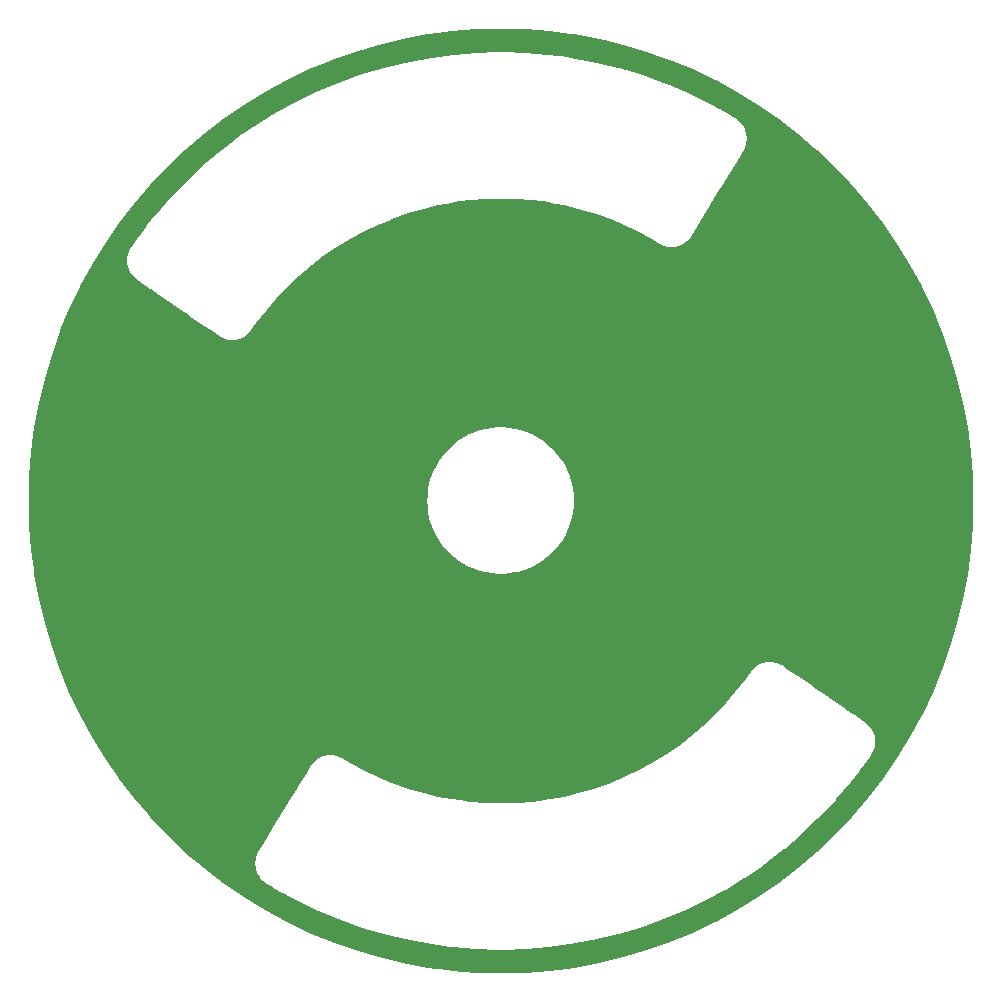
<source format=gbr>
%TF.GenerationSoftware,KiCad,Pcbnew,7.0.5.1-1-g8f565ef7f0-dirty-deb11*%
%TF.CreationDate,2023-07-01T20:56:19+00:00*%
%TF.ProjectId,USTTHUNDERMILLPCB04,55535454-4855-44e4-9445-524d494c4c50,rev?*%
%TF.SameCoordinates,Original*%
%TF.FileFunction,Copper,L1,Top*%
%TF.FilePolarity,Positive*%
%FSLAX46Y46*%
G04 Gerber Fmt 4.6, Leading zero omitted, Abs format (unit mm)*
G04 Created by KiCad (PCBNEW 7.0.5.1-1-g8f565ef7f0-dirty-deb11) date 2023-07-01 20:56:19*
%MOMM*%
%LPD*%
G01*
G04 APERTURE LIST*
G04 Aperture macros list*
%AMRotRect*
0 Rectangle, with rotation*
0 The origin of the aperture is its center*
0 $1 length*
0 $2 width*
0 $3 Rotation angle, in degrees counterclockwise*
0 Add horizontal line*
21,1,$1,$2,0,0,$3*%
G04 Aperture macros list end*
%TA.AperFunction,SMDPad,CuDef*%
%ADD10RotRect,4.000000X1.200000X325.000000*%
%TD*%
%TA.AperFunction,ViaPad*%
%ADD11C,0.800000*%
%TD*%
G04 APERTURE END LIST*
D10*
%TO.P,J1,1*%
%TO.N,GND*%
X-13700000Y6100000D03*
%TD*%
D11*
%TO.N,GND*%
X-33775887Y17884130D03*
X0Y7200000D03*
X38271793Y1352987D03*
X36440101Y-11809027D03*
X-32388899Y-20354463D03*
X-37865311Y5240146D03*
X-36373701Y11741027D03*
X-28367724Y-25675788D03*
X37931711Y-5308146D03*
X-7600000Y0D03*
X28434124Y25607788D03*
X37450015Y7971978D03*
X-35424946Y-14415711D03*
X35491346Y14347711D03*
X-23483600Y-30218000D03*
X5500000Y5200000D03*
X-5300000Y5200000D03*
X-5300000Y-5200000D03*
X-38205393Y-1420987D03*
X23550000Y30150000D03*
X33842287Y-17952130D03*
X0Y-7400000D03*
X32455299Y20286463D03*
X5500000Y-5200000D03*
X7300000Y0D03*
X-37383615Y-8039978D03*
%TD*%
%TA.AperFunction,Conductor*%
%TO.N,GND*%
G36*
X2124666Y39910755D02*
G01*
X2128506Y39910554D01*
X4212364Y39746555D01*
X4216170Y39746155D01*
X5931363Y39520297D01*
X6288571Y39473259D01*
X6292379Y39472657D01*
X8347677Y39091761D01*
X8351453Y39090957D01*
X8804466Y38982194D01*
X10384002Y38602966D01*
X10387703Y38601974D01*
X12391877Y38008377D01*
X12395582Y38007173D01*
X13101115Y37757306D01*
X14365861Y37309392D01*
X14369493Y37307997D01*
X16300692Y36508089D01*
X16304219Y36506519D01*
X18190833Y35606680D01*
X18194238Y35604946D01*
X20031228Y34607496D01*
X20034558Y34605574D01*
X21816884Y33513380D01*
X21820090Y33511298D01*
X23542669Y32327412D01*
X23542694Y32327395D01*
X23545821Y32325124D01*
X25204154Y31052576D01*
X25207122Y31050173D01*
X26563848Y29891450D01*
X26796563Y29692698D01*
X26799450Y29690099D01*
X28315750Y28251259D01*
X28318478Y28248530D01*
X29606350Y26891326D01*
X29757268Y26732284D01*
X29759877Y26729386D01*
X31117348Y25139949D01*
X31119759Y25136972D01*
X32392311Y23478637D01*
X32394587Y23475503D01*
X33578458Y21752940D01*
X33580583Y21749669D01*
X34672743Y19967396D01*
X34674670Y19964058D01*
X35672123Y18127072D01*
X35673873Y18123637D01*
X36573692Y16237055D01*
X36575270Y16233509D01*
X37375177Y14302309D01*
X37376574Y14298670D01*
X38074350Y12328404D01*
X38075549Y12324713D01*
X38669145Y10320558D01*
X38670154Y10316793D01*
X39158139Y8284269D01*
X39158951Y8280452D01*
X39539832Y6225240D01*
X39540441Y6221390D01*
X39813331Y4149029D01*
X39813739Y4145147D01*
X39977738Y2061350D01*
X39977942Y2057454D01*
X40032632Y-32041D01*
X40032632Y-35941D01*
X39977942Y-2125436D01*
X39977738Y-2129332D01*
X39813739Y-4213129D01*
X39813331Y-4217011D01*
X39540441Y-6289371D01*
X39539832Y-6293221D01*
X39158951Y-8348436D01*
X39158139Y-8352253D01*
X38670154Y-10384774D01*
X38669145Y-10388539D01*
X38075557Y-12392673D01*
X38074350Y-12396388D01*
X37376574Y-14366654D01*
X37375177Y-14370293D01*
X36575270Y-16301491D01*
X36573685Y-16305051D01*
X35734964Y-18063534D01*
X35673881Y-18191602D01*
X35672114Y-18195068D01*
X34699948Y-19985487D01*
X34674677Y-20032028D01*
X34672727Y-20035404D01*
X33580583Y-21817649D01*
X33578458Y-21820920D01*
X32394586Y-23543484D01*
X32392291Y-23546642D01*
X31119780Y-25204922D01*
X31117327Y-25207951D01*
X29759877Y-26797365D01*
X29757268Y-26800263D01*
X28318476Y-28316514D01*
X28315714Y-28319276D01*
X26799452Y-29758077D01*
X26796554Y-29760686D01*
X25207151Y-31118127D01*
X25204122Y-31120580D01*
X23545842Y-32393091D01*
X23542684Y-32395386D01*
X21820120Y-33579258D01*
X21816849Y-33581383D01*
X20034587Y-34673537D01*
X20031220Y-34675482D01*
X18194268Y-35672914D01*
X18190802Y-35674680D01*
X17141399Y-36175202D01*
X16304255Y-36574484D01*
X16300691Y-36576070D01*
X14369487Y-37375980D01*
X14365848Y-37377377D01*
X12395588Y-38075150D01*
X12391875Y-38076356D01*
X12390425Y-38076786D01*
X10387739Y-38669945D01*
X10383974Y-38670954D01*
X8351453Y-39158939D01*
X8347641Y-39159749D01*
X6292416Y-39540632D01*
X6288571Y-39541241D01*
X4216209Y-39814131D01*
X4212327Y-39814539D01*
X2128533Y-39978538D01*
X2124636Y-39978742D01*
X35141Y-40033432D01*
X31241Y-40033432D01*
X-2058254Y-39978742D01*
X-2062150Y-39978538D01*
X-4145947Y-39814539D01*
X-4149822Y-39814131D01*
X-4465945Y-39772504D01*
X-6222190Y-39541241D01*
X-6226029Y-39540633D01*
X-8281264Y-39159748D01*
X-8285069Y-39158939D01*
X-10317593Y-38670954D01*
X-10321344Y-38669948D01*
X-12325513Y-38076349D01*
X-12329195Y-38075153D01*
X-13036121Y-37824793D01*
X-14299470Y-37377374D01*
X-14303109Y-37375977D01*
X-16234309Y-36576070D01*
X-16237855Y-36574492D01*
X-18124437Y-35674673D01*
X-18127872Y-35672923D01*
X-19964858Y-34675470D01*
X-19968196Y-34673543D01*
X-21750469Y-33581383D01*
X-21753740Y-33579258D01*
X-23476303Y-32395387D01*
X-23479437Y-32393111D01*
X-25137772Y-31120559D01*
X-25140749Y-31118148D01*
X-25620648Y-30708286D01*
X-20787517Y-30708286D01*
X-20786126Y-30721823D01*
X-20786039Y-30722256D01*
X-20745067Y-31112119D01*
X-20745014Y-31114325D01*
X-20743805Y-31124198D01*
X-20739877Y-31136497D01*
X-20739557Y-31137242D01*
X-20618757Y-31509082D01*
X-20618302Y-31511081D01*
X-20614573Y-31521992D01*
X-20609499Y-31531172D01*
X-20608126Y-31533139D01*
X-20411701Y-31873288D01*
X-20410461Y-31875922D01*
X-20405754Y-31883633D01*
X-20405446Y-31884153D01*
X-20396923Y-31893819D01*
X-20395828Y-31894824D01*
X-20334298Y-31963174D01*
X-20134709Y-32184883D01*
X-20133182Y-32186922D01*
X-20126146Y-32194430D01*
X-20125652Y-32194972D01*
X-20125048Y-32195415D01*
X-20116643Y-32201756D01*
X-20114610Y-32202968D01*
X-19849668Y-32395387D01*
X-19790927Y-32438049D01*
X-19788745Y-32439838D01*
X-19785818Y-32441793D01*
X-19783330Y-32443120D01*
X-19609332Y-32549848D01*
X-19609269Y-32549899D01*
X-19591550Y-32560755D01*
X-19591549Y-32560757D01*
X-19276993Y-32753488D01*
X-19083150Y-32872257D01*
X-18971605Y-32940624D01*
X-18969688Y-32941993D01*
X-18968932Y-32942401D01*
X-18965213Y-32944549D01*
X-18961759Y-32946678D01*
X-18957457Y-32948624D01*
X-18640142Y-33120901D01*
X-18264681Y-33324811D01*
X-18264613Y-33324837D01*
X-18025882Y-33454346D01*
X-18025839Y-33454387D01*
X-18025831Y-33454374D01*
X-17872431Y-33537671D01*
X-17872432Y-33537671D01*
X-17872430Y-33537672D01*
X-17830683Y-33560340D01*
X-17830671Y-33560350D01*
X-17830669Y-33560348D01*
X-17829154Y-33561170D01*
X-17315331Y-33840236D01*
X-17313306Y-33841522D01*
X-17312863Y-33841731D01*
X-17308641Y-33843884D01*
X-17305047Y-33845863D01*
X-17300404Y-33847660D01*
X-15620018Y-34649133D01*
X-15617086Y-34650820D01*
X-15610839Y-34653561D01*
X-15608224Y-34654769D01*
X-15599802Y-34658860D01*
X-15596264Y-34660042D01*
X-15239105Y-34819027D01*
X-15236027Y-34820718D01*
X-15228918Y-34823611D01*
X-15226290Y-34824740D01*
X-15218467Y-34828279D01*
X-15215071Y-34829338D01*
X-13491213Y-35543411D01*
X-13489132Y-35544449D01*
X-13488245Y-35544762D01*
X-13484381Y-35546244D01*
X-13480567Y-35547829D01*
X-13476090Y-35549062D01*
X-11719984Y-36170867D01*
X-11715762Y-36172720D01*
X-11711422Y-36174006D01*
X-11707738Y-36175202D01*
X-11702866Y-36176925D01*
X-11698263Y-36177905D01*
X-9914178Y-36706394D01*
X-9909226Y-36708310D01*
X-9904999Y-36709281D01*
X-9899973Y-36710621D01*
X-9895900Y-36711861D01*
X-9890812Y-36712662D01*
X-8081742Y-37146998D01*
X-8078977Y-37147906D01*
X-8070671Y-37149679D01*
X-8068883Y-37150083D01*
X-8054284Y-37153576D01*
X-8051122Y-37153838D01*
X-7673401Y-37234190D01*
X-7669786Y-37235290D01*
X-7662425Y-37236585D01*
X-7659164Y-37237234D01*
X-7647511Y-37239824D01*
X-7643402Y-37240095D01*
X-5818192Y-37578311D01*
X-5813474Y-37579539D01*
X-5809982Y-37579976D01*
X-5805233Y-37580725D01*
X-5801297Y-37581477D01*
X-5796378Y-37581752D01*
X-4250186Y-37785307D01*
X-3950259Y-37824793D01*
X-3945284Y-37825835D01*
X-3941476Y-37826104D01*
X-3936420Y-37826634D01*
X-3932194Y-37827224D01*
X-3927040Y-37827220D01*
X-2071201Y-37973297D01*
X-2066465Y-37974029D01*
X-2062145Y-37974130D01*
X-2057831Y-37974356D01*
X-2051394Y-37974879D01*
X-2046218Y-37974540D01*
X-191348Y-38023076D01*
X-188218Y-38023483D01*
X-176819Y-38023483D01*
X-174859Y-38023509D01*
X-165586Y-38023753D01*
X-162542Y-38023483D01*
X228926Y-38023483D01*
X231969Y-38023753D01*
X241243Y-38023509D01*
X243203Y-38023483D01*
X256621Y-38023483D01*
X259820Y-38023021D01*
X2114530Y-37974490D01*
X2119414Y-37974746D01*
X2124218Y-37974355D01*
X2128524Y-37974129D01*
X2133845Y-37974004D01*
X2138758Y-37973205D01*
X3994236Y-37827155D01*
X3999305Y-37827132D01*
X4002716Y-37826651D01*
X4007944Y-37826100D01*
X4012647Y-37825771D01*
X4017875Y-37824630D01*
X5863162Y-37581699D01*
X5867774Y-37581428D01*
X5871981Y-37580646D01*
X5875944Y-37580018D01*
X5881502Y-37579290D01*
X5886205Y-37578009D01*
X7711302Y-37239813D01*
X7715090Y-37239525D01*
X7725782Y-37237178D01*
X7728567Y-37236622D01*
X7740334Y-37234504D01*
X7743866Y-37233321D01*
X8119213Y-37153475D01*
X8122559Y-37153159D01*
X8135096Y-37150129D01*
X8137217Y-37149649D01*
X8148115Y-37147348D01*
X8151208Y-37146258D01*
X9957650Y-36712553D01*
X9962788Y-36711728D01*
X9966148Y-36710694D01*
X9971597Y-36709241D01*
X9976949Y-36708027D01*
X9982318Y-36705874D01*
X11764981Y-36177805D01*
X11769726Y-36176784D01*
X11773864Y-36175303D01*
X11778055Y-36173940D01*
X11783301Y-36172404D01*
X11787904Y-36170323D01*
X13547601Y-35547246D01*
X13549933Y-35546602D01*
X13550487Y-35546370D01*
X13554930Y-35544666D01*
X13559684Y-35543015D01*
X13564290Y-35540638D01*
X15281608Y-34829274D01*
X15285331Y-34828108D01*
X15292384Y-34824879D01*
X15295603Y-34823495D01*
X15305586Y-34819479D01*
X15309141Y-34817400D01*
X15662629Y-34660048D01*
X15666140Y-34658876D01*
X15674468Y-34654837D01*
X15677394Y-34653495D01*
X15687515Y-34649113D01*
X15691035Y-34646923D01*
X17366318Y-33847882D01*
X17371178Y-33846022D01*
X17374768Y-33844032D01*
X17379552Y-33841602D01*
X17382263Y-33840344D01*
X17386501Y-33837637D01*
X19023684Y-32948709D01*
X19028284Y-32946633D01*
X19031247Y-32944783D01*
X19035719Y-32942198D01*
X19039832Y-32940007D01*
X19044085Y-32936888D01*
X20629200Y-31965505D01*
X20633881Y-31963174D01*
X20638544Y-31959936D01*
X20642451Y-31957400D01*
X20647126Y-31954568D01*
X20651143Y-31951264D01*
X22182863Y-30898597D01*
X22185907Y-30896878D01*
X22192545Y-30892001D01*
X22195058Y-30890234D01*
X22204220Y-30884066D01*
X22207243Y-30881309D01*
X22521228Y-30653104D01*
X22524132Y-30651364D01*
X22530965Y-30646077D01*
X22533085Y-30644495D01*
X22544364Y-30636388D01*
X22547052Y-30633725D01*
X24017706Y-29505234D01*
X24021858Y-29502547D01*
X24025652Y-29499289D01*
X24029057Y-29496533D01*
X24032690Y-29493764D01*
X24036142Y-29490321D01*
X25450365Y-28282529D01*
X25454487Y-28279597D01*
X25458973Y-28275329D01*
X25462137Y-28272486D01*
X25466036Y-28269177D01*
X25469357Y-28265470D01*
X26818766Y-26984854D01*
X26823091Y-26981371D01*
X26825543Y-26978708D01*
X26829905Y-26974346D01*
X26832568Y-26971894D01*
X26836051Y-26967569D01*
X28113206Y-25621800D01*
X28116140Y-25619343D01*
X28124098Y-25610390D01*
X28126012Y-25608317D01*
X28133557Y-25600448D01*
X28135704Y-25597484D01*
X28392436Y-25312301D01*
X28394938Y-25310126D01*
X28404089Y-25299397D01*
X28405444Y-25297852D01*
X28412768Y-25289728D01*
X28414583Y-25287110D01*
X29621314Y-23874251D01*
X29624764Y-23870792D01*
X29627531Y-23867161D01*
X29630287Y-23863756D01*
X29633545Y-23859963D01*
X29636229Y-23855814D01*
X29982540Y-23404514D01*
X29982540Y-23404513D01*
X29996786Y-23385973D01*
X29996905Y-23385875D01*
X30017917Y-23358472D01*
X30017919Y-23358472D01*
X30124240Y-23219814D01*
X30124240Y-23219812D01*
X30301044Y-22989414D01*
X30301044Y-22989413D01*
X30315999Y-22969925D01*
X30316010Y-22969903D01*
X30547840Y-22667713D01*
X30547840Y-22667712D01*
X30681170Y-22493927D01*
X30768809Y-22379698D01*
X30772486Y-22375631D01*
X30774498Y-22372613D01*
X30778070Y-22367699D01*
X30780081Y-22365157D01*
X30782784Y-22360492D01*
X30853354Y-22257892D01*
X30853353Y-22257892D01*
X30903774Y-22184586D01*
X30904295Y-22183779D01*
X31191054Y-21766589D01*
X31191053Y-21766589D01*
X31241518Y-21693171D01*
X31241966Y-21692505D01*
X31318237Y-21581526D01*
X31320492Y-21578670D01*
X31321727Y-21576713D01*
X31323376Y-21573421D01*
X31523284Y-21227239D01*
X31524852Y-21225025D01*
X31529591Y-21216392D01*
X31530250Y-21215248D01*
X31530589Y-21214204D01*
X31534345Y-21203263D01*
X31534817Y-21201105D01*
X31655035Y-20831062D01*
X31656015Y-20828809D01*
X31659113Y-20818619D01*
X31659521Y-20817366D01*
X31659676Y-20815937D01*
X31660847Y-20806988D01*
X31660891Y-20803931D01*
X31701576Y-20416817D01*
X31701682Y-20416318D01*
X31703193Y-20401536D01*
X31703194Y-20401534D01*
X31703193Y-20401531D01*
X31703198Y-20401489D01*
X31703193Y-20401444D01*
X31703194Y-20401442D01*
X31703193Y-20401439D01*
X31701867Y-20387766D01*
X31701621Y-20386577D01*
X31660902Y-19999148D01*
X31660866Y-19996497D01*
X31659638Y-19986789D01*
X31659509Y-19985588D01*
X31659160Y-19984497D01*
X31656342Y-19975109D01*
X31655238Y-19972535D01*
X31534763Y-19601705D01*
X31534401Y-19600057D01*
X31530428Y-19588313D01*
X31530239Y-19587730D01*
X31529776Y-19586915D01*
X31525405Y-19578899D01*
X31523715Y-19576483D01*
X31328252Y-19237999D01*
X31327800Y-19237009D01*
X31321122Y-19225633D01*
X31321121Y-19225629D01*
X31321117Y-19225625D01*
X31321094Y-19225585D01*
X31313887Y-19217309D01*
X31312280Y-19215811D01*
X31170988Y-19058917D01*
X31050597Y-18925232D01*
X31049430Y-18923665D01*
X31041589Y-18915204D01*
X31041214Y-18914790D01*
X31040609Y-18914342D01*
X31033104Y-18908618D01*
X31030682Y-18907159D01*
X30714281Y-18677195D01*
X30711683Y-18674910D01*
X30704016Y-18669688D01*
X30701969Y-18668243D01*
X30695723Y-18663672D01*
X30692840Y-18662022D01*
X30364705Y-18436774D01*
X30364700Y-18436768D01*
X30010867Y-18193901D01*
X29705382Y-17984219D01*
X29705381Y-17984218D01*
X29441638Y-17803169D01*
X28998149Y-17498731D01*
X28244403Y-16981274D01*
X28244393Y-16981264D01*
X27371938Y-16382385D01*
X26455207Y-15753076D01*
X26424846Y-15732233D01*
X25424548Y-15045535D01*
X25424548Y-15045534D01*
X24357284Y-14312821D01*
X24357283Y-14312820D01*
X24080396Y-14122743D01*
X23781104Y-13917285D01*
X23780040Y-13916543D01*
X23775685Y-13914614D01*
X23410700Y-13752187D01*
X23410019Y-13751805D01*
X23397991Y-13746521D01*
X23397990Y-13746521D01*
X23397988Y-13746520D01*
X23397946Y-13746502D01*
X23386731Y-13743978D01*
X23385095Y-13743777D01*
X23001249Y-13662105D01*
X22998737Y-13661347D01*
X22989330Y-13659553D01*
X22988961Y-13659478D01*
X22976989Y-13659319D01*
X22975158Y-13659488D01*
X22584417Y-13659488D01*
X22582585Y-13659319D01*
X22570591Y-13659479D01*
X22570062Y-13659585D01*
X22561636Y-13661162D01*
X22558835Y-13661997D01*
X22174390Y-13743796D01*
X22173165Y-13743947D01*
X22161631Y-13746501D01*
X22150647Y-13751288D01*
X22149625Y-13751854D01*
X21790831Y-13911521D01*
X21788982Y-13912168D01*
X21779526Y-13916545D01*
X21770402Y-13923015D01*
X21769179Y-13924074D01*
X21451184Y-14155125D01*
X21449104Y-14156388D01*
X21441148Y-14162405D01*
X21433857Y-14170246D01*
X21432571Y-14171946D01*
X21162900Y-14471503D01*
X21161372Y-14473108D01*
X21160175Y-14474951D01*
X20744684Y-15079393D01*
X20742396Y-15082542D01*
X19865183Y-16225831D01*
X19862726Y-16228866D01*
X19062707Y-17165546D01*
X19060098Y-17168443D01*
X18212072Y-18062124D01*
X18209309Y-18064887D01*
X17163961Y-19056776D01*
X17161065Y-19059383D01*
X16065360Y-19995224D01*
X16062329Y-19997678D01*
X15084951Y-20747687D01*
X15081794Y-20749981D01*
X14066506Y-21447771D01*
X14063247Y-21449887D01*
X13451191Y-21824923D01*
X12834617Y-22202726D01*
X12831241Y-22204675D01*
X11564761Y-22892316D01*
X11561290Y-22894085D01*
X10971929Y-23175240D01*
X10449436Y-23424494D01*
X10445889Y-23426074D01*
X9307722Y-23897477D01*
X9304080Y-23898875D01*
X7945722Y-24379851D01*
X7942014Y-24381055D01*
X6560297Y-24790349D01*
X6556532Y-24791357D01*
X5707151Y-24995273D01*
X5358671Y-25078936D01*
X5354861Y-25079746D01*
X4143558Y-25304335D01*
X4139699Y-25304946D01*
X2711000Y-25493033D01*
X2707117Y-25493441D01*
X1270522Y-25606428D01*
X1266633Y-25606632D01*
X35152Y-25638932D01*
X31244Y-25638932D01*
X-1200253Y-25606632D01*
X-1204142Y-25606428D01*
X-2630118Y-25494276D01*
X-2640737Y-25493440D01*
X-2644613Y-25493033D01*
X-2934855Y-25454823D01*
X-4073317Y-25304946D01*
X-4077176Y-25304335D01*
X-5288486Y-25079746D01*
X-5292291Y-25078937D01*
X-6490161Y-24791355D01*
X-6493916Y-24790349D01*
X-7875627Y-24381057D01*
X-7879335Y-24379853D01*
X-9237696Y-23898875D01*
X-9241338Y-23897477D01*
X-10379506Y-23426073D01*
X-10383070Y-23424486D01*
X-11494938Y-22894071D01*
X-11498389Y-22892312D01*
X-12764863Y-22204672D01*
X-12768239Y-22202722D01*
X-13393146Y-21819807D01*
X-13395277Y-21818404D01*
X-13397590Y-21817457D01*
X-13678336Y-21692443D01*
X-13765456Y-21653649D01*
X-13766769Y-21652921D01*
X-13777446Y-21648301D01*
X-13788609Y-21645789D01*
X-13790276Y-21645584D01*
X-14173691Y-21564120D01*
X-14175842Y-21563462D01*
X-14186550Y-21561379D01*
X-14198502Y-21561220D01*
X-14200333Y-21561389D01*
X-14590976Y-21561389D01*
X-14592808Y-21561220D01*
X-14604781Y-21561379D01*
X-14605148Y-21561454D01*
X-14614605Y-21563257D01*
X-14617092Y-21564008D01*
X-15001395Y-21645660D01*
X-15002997Y-21645860D01*
X-15013868Y-21648302D01*
X-15023399Y-21652378D01*
X-15025143Y-21653334D01*
X-15384204Y-21813263D01*
X-15385796Y-21813816D01*
X-15395855Y-21818443D01*
X-15404992Y-21824923D01*
X-15406209Y-21825976D01*
X-15724215Y-22057028D01*
X-15726289Y-22058288D01*
X-15734248Y-22064307D01*
X-15741560Y-22072170D01*
X-15742835Y-22073856D01*
X-16013660Y-22374589D01*
X-16014114Y-22375078D01*
X-16014432Y-22375615D01*
X-16016940Y-22379705D01*
X-16425955Y-23046282D01*
X-16425961Y-23046302D01*
X-17052595Y-24067668D01*
X-17052594Y-24067669D01*
X-17057178Y-24075141D01*
X-17057179Y-24075142D01*
X-17276431Y-24432507D01*
X-17737357Y-25183787D01*
X-17737360Y-25183797D01*
X-18275700Y-26061301D01*
X-18275707Y-26061316D01*
X-18835950Y-26974410D01*
X-19369660Y-27844181D01*
X-19369664Y-27844196D01*
X-19793222Y-28534518D01*
X-20216454Y-29224273D01*
X-20216464Y-29224310D01*
X-20217242Y-29225592D01*
X-20403309Y-29528964D01*
X-20404037Y-29530021D01*
X-20405027Y-29531728D01*
X-20405868Y-29533142D01*
X-20406601Y-29534342D01*
X-20407157Y-29535412D01*
X-20608560Y-29884181D01*
X-20610039Y-29886327D01*
X-20614573Y-29894576D01*
X-20618349Y-29905785D01*
X-20618697Y-29907303D01*
X-20739757Y-30279940D01*
X-20740229Y-30281054D01*
X-20743806Y-30292373D01*
X-20745033Y-30302727D01*
X-20745075Y-30304528D01*
X-20786082Y-30694715D01*
X-20786240Y-30695516D01*
X-20787517Y-30708286D01*
X-25620648Y-30708286D01*
X-26272673Y-30151419D01*
X-26730186Y-29760677D01*
X-26733084Y-29758068D01*
X-26967727Y-29535412D01*
X-28249332Y-28319276D01*
X-28252059Y-28316550D01*
X-29690899Y-26800250D01*
X-29693498Y-26797363D01*
X-29892250Y-26564648D01*
X-31050973Y-25207922D01*
X-31053376Y-25204954D01*
X-32325924Y-23546621D01*
X-32328195Y-23543494D01*
X-32408895Y-23426074D01*
X-33512098Y-21820890D01*
X-33514180Y-21817684D01*
X-34606374Y-20035358D01*
X-34608296Y-20032028D01*
X-35605746Y-18195038D01*
X-35607480Y-18191633D01*
X-36507319Y-16305019D01*
X-36508889Y-16301492D01*
X-37308797Y-14370293D01*
X-37310194Y-14366654D01*
X-37329260Y-14312820D01*
X-38007973Y-12396382D01*
X-38009180Y-12392667D01*
X-38602774Y-10388503D01*
X-38603766Y-10384802D01*
X-39091757Y-8352253D01*
X-39092561Y-8348477D01*
X-39473457Y-6293179D01*
X-39474059Y-6289371D01*
X-39538200Y-5802275D01*
X-39746955Y-4216970D01*
X-39747355Y-4213164D01*
X-39911354Y-2129306D01*
X-39911555Y-2125466D01*
X-39966250Y-35940D01*
X-39966250Y-32041D01*
X-39965411Y-3D01*
X-6205533Y-3D01*
X-6185411Y-499329D01*
X-6185411Y-499332D01*
X-6185410Y-499338D01*
X-6135213Y-912753D01*
X-6125173Y-995438D01*
X-6025212Y-1485081D01*
X-5886172Y-1965102D01*
X-5708962Y-2432366D01*
X-5494732Y-2883846D01*
X-5494728Y-2883853D01*
X-5494727Y-2883855D01*
X-5244855Y-3316645D01*
X-4960968Y-3727926D01*
X-4960963Y-3727932D01*
X-4960958Y-3727939D01*
X-4644915Y-4115022D01*
X-4644900Y-4115039D01*
X-4550683Y-4213129D01*
X-4298724Y-4475446D01*
X-4298716Y-4475453D01*
X-4298709Y-4475460D01*
X-4070862Y-4677314D01*
X-3924665Y-4806833D01*
X-3924665Y-4806834D01*
X-3924661Y-4806837D01*
X-3525145Y-5107054D01*
X-3102767Y-5374149D01*
X-2660266Y-5606391D01*
X-2660263Y-5606392D01*
X-2660262Y-5606393D01*
X-2564911Y-5647017D01*
X-2200512Y-5802274D01*
X-1726488Y-5960527D01*
X-1726481Y-5960528D01*
X-1726480Y-5960529D01*
X-1241284Y-6080119D01*
X-1241273Y-6080121D01*
X-1241266Y-6080123D01*
X-1241260Y-6080124D01*
X-1241255Y-6080125D01*
X-748014Y-6160285D01*
X-748011Y-6160285D01*
X-747994Y-6160288D01*
X-249872Y-6200500D01*
X-249863Y-6200500D01*
X249863Y-6200500D01*
X249872Y-6200500D01*
X747994Y-6160288D01*
X748011Y-6160285D01*
X748013Y-6160285D01*
X1241254Y-6080125D01*
X1241255Y-6080124D01*
X1241266Y-6080123D01*
X1241278Y-6080119D01*
X1241283Y-6080119D01*
X1467138Y-6024450D01*
X1726488Y-5960527D01*
X2200512Y-5802274D01*
X2660266Y-5606391D01*
X3102767Y-5374149D01*
X3525145Y-5107054D01*
X3924661Y-4806837D01*
X4298724Y-4475446D01*
X4644908Y-4115030D01*
X4960968Y-3727926D01*
X5244855Y-3316645D01*
X5494727Y-2883855D01*
X5708963Y-2432362D01*
X5886174Y-1965094D01*
X6025211Y-1485081D01*
X6125173Y-995437D01*
X6185410Y-499338D01*
X6205533Y0D01*
X6185410Y499338D01*
X6125173Y995437D01*
X6025211Y1485081D01*
X5886174Y1965094D01*
X5850417Y2059377D01*
X5708961Y2432367D01*
X5494731Y2883847D01*
X5494729Y2883849D01*
X5494727Y2883855D01*
X5244855Y3316645D01*
X4960968Y3727926D01*
X4644908Y4115030D01*
X4644905Y4115033D01*
X4644899Y4115040D01*
X4511101Y4254338D01*
X4298724Y4475446D01*
X4298715Y4475454D01*
X4298708Y4475461D01*
X4034311Y4709696D01*
X3924664Y4806835D01*
X3727155Y4955253D01*
X3525145Y5107054D01*
X3525142Y5107056D01*
X3525138Y5107059D01*
X3102789Y5374135D01*
X3102790Y5374135D01*
X3102767Y5374149D01*
X2660266Y5606391D01*
X2660264Y5606392D01*
X2660262Y5606393D01*
X2660261Y5606394D01*
X2379874Y5725855D01*
X2200512Y5802274D01*
X1726488Y5960527D01*
X1726487Y5960528D01*
X1726479Y5960530D01*
X1241283Y6080120D01*
X1241254Y6080126D01*
X748013Y6160286D01*
X748001Y6160287D01*
X747999Y6160288D01*
X747994Y6160288D01*
X249872Y6200500D01*
X-249872Y6200500D01*
X-747994Y6160288D01*
X-747999Y6160288D01*
X-748002Y6160287D01*
X-748014Y6160286D01*
X-1241255Y6080126D01*
X-1241284Y6080120D01*
X-1726480Y5960530D01*
X-2200507Y5802276D01*
X-2660262Y5606394D01*
X-2660263Y5606393D01*
X-2961883Y5448091D01*
X-3102766Y5374149D01*
X-3102770Y5374147D01*
X-3102771Y5374146D01*
X-3525139Y5107059D01*
X-3924665Y4806835D01*
X-3924665Y4806834D01*
X-4298709Y4475461D01*
X-4298725Y4475445D01*
X-4644900Y4115040D01*
X-4644915Y4115023D01*
X-4960958Y3727940D01*
X-4960963Y3727933D01*
X-4960967Y3727928D01*
X-4960968Y3727926D01*
X-5244855Y3316645D01*
X-5244857Y3316641D01*
X-5494732Y2883847D01*
X-5708962Y2432367D01*
X-5886172Y1965103D01*
X-6025212Y1485082D01*
X-6125173Y995439D01*
X-6185410Y499334D01*
X-6185411Y499330D01*
X-6205533Y4D01*
X-6205533Y-3D01*
X-39965411Y-3D01*
X-39965411Y4D01*
X-39911555Y2057486D01*
X-39911354Y2061322D01*
X-39747354Y4145186D01*
X-39746955Y4148984D01*
X-39474059Y6221390D01*
X-39473458Y6225192D01*
X-39092559Y8280501D01*
X-39091757Y8284269D01*
X-38603764Y10316830D01*
X-38602777Y10320512D01*
X-38009178Y12324690D01*
X-38007979Y12328381D01*
X-38007971Y12328404D01*
X-37310187Y14298690D01*
X-37308797Y14302309D01*
X-37266228Y14405081D01*
X-36508890Y16233509D01*
X-36507326Y16237023D01*
X-35607473Y18123668D01*
X-35605754Y18127042D01*
X-34608287Y19964062D01*
X-34606384Y19967360D01*
X-34382014Y20333504D01*
X-31636816Y20333504D01*
X-31635425Y20319969D01*
X-31635338Y20319535D01*
X-31594364Y19929673D01*
X-31594311Y19927468D01*
X-31593102Y19917594D01*
X-31589175Y19905299D01*
X-31588856Y19904554D01*
X-31468053Y19532702D01*
X-31467598Y19530706D01*
X-31463870Y19519798D01*
X-31458795Y19510617D01*
X-31457425Y19508654D01*
X-31261169Y19168792D01*
X-31260421Y19167195D01*
X-31254716Y19157601D01*
X-31246243Y19148067D01*
X-31245494Y19147375D01*
X-30984038Y18857046D01*
X-30982672Y18855219D01*
X-30975072Y18847069D01*
X-30974851Y18846827D01*
X-30974662Y18846689D01*
X-30964805Y18839344D01*
X-30963362Y18838491D01*
X-30647424Y18608871D01*
X-30644994Y18606751D01*
X-30637469Y18601598D01*
X-30635683Y18600336D01*
X-30627779Y18594576D01*
X-30624929Y18592991D01*
X-30267968Y18347948D01*
X-29754570Y17995560D01*
X-29654784Y17927069D01*
X-29654778Y17927064D01*
X-29654777Y17927064D01*
X-29639169Y17916350D01*
X-29639168Y17916349D01*
X-28931771Y17430751D01*
X-28931768Y17430747D01*
X-28931767Y17430748D01*
X-28163273Y16903163D01*
X-28163262Y16903153D01*
X-27304783Y16313868D01*
X-27304777Y16313863D01*
X-26374082Y15674968D01*
X-26374077Y15674964D01*
X-26358470Y15664250D01*
X-26358469Y15664249D01*
X-25358169Y14977548D01*
X-24306678Y14255666D01*
X-24306665Y14255655D01*
X-23714755Y13849325D01*
X-23713656Y13848557D01*
X-23712913Y13848238D01*
X-23344648Y13684354D01*
X-23343285Y13683584D01*
X-23331609Y13678541D01*
X-23331605Y13678538D01*
X-23331602Y13678538D01*
X-23331559Y13678519D01*
X-23331521Y13678511D01*
X-23331517Y13678509D01*
X-23331514Y13678509D01*
X-23318695Y13675669D01*
X-23317447Y13675527D01*
X-22936177Y13594402D01*
X-22934543Y13593893D01*
X-22922604Y13591505D01*
X-22922603Y13591504D01*
X-22922602Y13591504D01*
X-22922557Y13591495D01*
X-22922515Y13591495D01*
X-22922512Y13591494D01*
X-22922510Y13591495D01*
X-22910607Y13591336D01*
X-22908775Y13591504D01*
X-22518035Y13591504D01*
X-22516204Y13591336D01*
X-22504301Y13591495D01*
X-22504298Y13591494D01*
X-22504296Y13591495D01*
X-22504257Y13591495D01*
X-22504212Y13591504D01*
X-22504206Y13591504D01*
X-22504201Y13591507D01*
X-22492264Y13593893D01*
X-22490637Y13594401D01*
X-22109230Y13675553D01*
X-22107060Y13675803D01*
X-22095804Y13678392D01*
X-22095251Y13678512D01*
X-22094882Y13678677D01*
X-22082698Y13683969D01*
X-22081550Y13684625D01*
X-21726045Y13842832D01*
X-21723761Y13843601D01*
X-21713874Y13848223D01*
X-21713151Y13848549D01*
X-21712602Y13848948D01*
X-21702525Y13856080D01*
X-21701224Y13857236D01*
X-21604596Y13927445D01*
X-21386299Y14086055D01*
X-21383905Y14087467D01*
X-21375934Y14093534D01*
X-21374757Y14094390D01*
X-21373843Y14095410D01*
X-21366349Y14103435D01*
X-21364923Y14105370D01*
X-21096883Y14403114D01*
X-21094982Y14405081D01*
X-21093541Y14407331D01*
X-20678283Y15011437D01*
X-20676041Y15014524D01*
X-19798791Y16157861D01*
X-19796374Y16160846D01*
X-18996300Y17097588D01*
X-18993705Y17100470D01*
X-18145679Y17994151D01*
X-18142934Y17996897D01*
X-17097564Y18988811D01*
X-17094683Y18991404D01*
X-15998954Y19927266D01*
X-15995952Y19929696D01*
X-15948962Y19965754D01*
X-15018555Y20679715D01*
X-15015422Y20681992D01*
X-14000123Y21379793D01*
X-13996909Y21381882D01*
X-12768202Y22134763D01*
X-12764848Y22136699D01*
X-11498389Y22824332D01*
X-11494938Y22826090D01*
X-10383024Y23356528D01*
X-10379548Y23358075D01*
X-9322472Y23795893D01*
X-9241345Y23829494D01*
X-9237715Y23830888D01*
X-7879312Y24311882D01*
X-7875633Y24313076D01*
X-7820118Y24329521D01*
X-6493880Y24722380D01*
X-6490197Y24723367D01*
X-5292246Y25010969D01*
X-5288513Y25011762D01*
X-4077151Y25236360D01*
X-4073332Y25236965D01*
X-2644576Y25425059D01*
X-2640774Y25425458D01*
X-1204122Y25538452D01*
X-1200257Y25538655D01*
X31239Y25570953D01*
X35129Y25570953D01*
X1266639Y25538655D01*
X1270504Y25538452D01*
X2707151Y25425459D01*
X2710961Y25425058D01*
X4139711Y25236965D01*
X4143548Y25236357D01*
X5354894Y25011764D01*
X5358643Y25010967D01*
X6556572Y24723369D01*
X6560274Y24722377D01*
X7509977Y24441055D01*
X7942014Y24313076D01*
X7945704Y24311878D01*
X8804331Y24007849D01*
X9304080Y23830894D01*
X9307722Y23829496D01*
X10445883Y23358094D01*
X10449430Y23356515D01*
X11561326Y22826087D01*
X11564761Y22824335D01*
X12831232Y22136699D01*
X12834608Y22134749D01*
X13074177Y21987952D01*
X13459576Y21751796D01*
X13459663Y21751743D01*
X13461820Y21750330D01*
X13464302Y21749327D01*
X13831536Y21585801D01*
X13833526Y21584693D01*
X13843542Y21580439D01*
X13843807Y21580323D01*
X13843869Y21580309D01*
X13843874Y21580307D01*
X13843878Y21580307D01*
X13856075Y21577561D01*
X13857760Y21577367D01*
X14239294Y21496303D01*
X14240898Y21495803D01*
X14252884Y21493407D01*
X14252888Y21493405D01*
X14252892Y21493405D01*
X14252937Y21493396D01*
X14252977Y21493396D01*
X14252980Y21493395D01*
X14252982Y21493396D01*
X14264885Y21493237D01*
X14266717Y21493405D01*
X14657359Y21493405D01*
X14659190Y21493237D01*
X14671093Y21493396D01*
X14671096Y21493395D01*
X14671098Y21493396D01*
X14671138Y21493396D01*
X14671182Y21493405D01*
X14671188Y21493405D01*
X14671193Y21493408D01*
X14684175Y21496054D01*
X14685338Y21496421D01*
X15066122Y21577327D01*
X15067893Y21577529D01*
X15079950Y21580252D01*
X15080230Y21580313D01*
X15080279Y21580335D01*
X15080287Y21580336D01*
X15080293Y21580341D01*
X15093020Y21585887D01*
X15094060Y21586483D01*
X15449330Y21744721D01*
X15451584Y21745480D01*
X15461517Y21750123D01*
X15462234Y21750446D01*
X15462766Y21750833D01*
X15472975Y21758067D01*
X15474227Y21759181D01*
X15789096Y21987956D01*
X15791492Y21989371D01*
X15799460Y21995435D01*
X15800637Y21996291D01*
X15801551Y21997311D01*
X15809065Y22005357D01*
X15810479Y22007276D01*
X16079965Y22306524D01*
X16080455Y22307055D01*
X16080460Y22307058D01*
X16080462Y22307064D01*
X16080498Y22307101D01*
X16080521Y22307141D01*
X16080524Y22307143D01*
X16080525Y22307147D01*
X16080954Y22307866D01*
X16342935Y22734815D01*
X16457545Y22921591D01*
X16457550Y22921605D01*
X17123666Y24007326D01*
X17123666Y24007327D01*
X17758169Y25041527D01*
X17758169Y25041528D01*
X18348466Y26003727D01*
X18348466Y26003728D01*
X18348787Y26004250D01*
X18902937Y26907417D01*
X19390466Y27701925D01*
X19390466Y27701926D01*
X19839166Y28433225D01*
X19849955Y28450809D01*
X19849957Y28450813D01*
X20238065Y29083326D01*
X20238065Y29083327D01*
X20238417Y29083903D01*
X20248831Y29100873D01*
X20248844Y29100902D01*
X20450586Y29429827D01*
X20463101Y29450234D01*
X20465673Y29453540D01*
X20470977Y29462955D01*
X20472713Y29465879D01*
X20477085Y29472874D01*
X20478677Y29476324D01*
X20673994Y29814557D01*
X20675560Y29816766D01*
X20680298Y29825398D01*
X20680957Y29826542D01*
X20681296Y29827586D01*
X20685050Y29838523D01*
X20685523Y29840683D01*
X20805571Y30210212D01*
X20806009Y30211211D01*
X20810172Y30224346D01*
X20810176Y30224351D01*
X20810176Y30224358D01*
X20810194Y30224412D01*
X20810237Y30224782D01*
X20811561Y30235473D01*
X20811596Y30237868D01*
X20852276Y30624970D01*
X20852382Y30625469D01*
X20853893Y30640254D01*
X20853894Y30640256D01*
X20853893Y30640259D01*
X20853898Y30640301D01*
X20853893Y30640346D01*
X20853894Y30640348D01*
X20853893Y30640351D01*
X20852567Y30654026D01*
X20852321Y30655214D01*
X20834763Y30822288D01*
X20811606Y31042637D01*
X20811580Y31044567D01*
X20810194Y31056155D01*
X20810195Y31056162D01*
X20810192Y31056170D01*
X20810187Y31056216D01*
X20810176Y31056251D01*
X20810176Y31056253D01*
X20810174Y31056256D01*
X20806374Y31068384D01*
X20805775Y31069764D01*
X20685470Y31440086D01*
X20685107Y31441738D01*
X20681135Y31453479D01*
X20680946Y31454062D01*
X20680483Y31454877D01*
X20676112Y31462893D01*
X20674422Y31465309D01*
X20478959Y31803793D01*
X20478507Y31804783D01*
X20471829Y31816159D01*
X20471828Y31816163D01*
X20471824Y31816167D01*
X20471801Y31816207D01*
X20464573Y31824507D01*
X20462979Y31825993D01*
X20406063Y31889217D01*
X20201267Y32116709D01*
X20200302Y32118001D01*
X20192037Y32126976D01*
X20191995Y32127008D01*
X20191994Y32127009D01*
X20191991Y32127011D01*
X20183396Y32133483D01*
X20181470Y32134642D01*
X19857903Y32369640D01*
X19855507Y32371644D01*
X19852599Y32373589D01*
X19849817Y32375078D01*
X19725304Y32451452D01*
X19691043Y32472467D01*
X19690988Y32472524D01*
X19150754Y32803525D01*
X19149362Y32804378D01*
X19149361Y32804379D01*
X19042944Y32869609D01*
X19039259Y32872261D01*
X19035052Y32874555D01*
X19031879Y32876388D01*
X19031375Y32876696D01*
X19029482Y32877584D01*
X18858821Y32970239D01*
X18703652Y33054483D01*
X18703640Y33054495D01*
X18703639Y33054491D01*
X18347158Y33248090D01*
X18092066Y33386473D01*
X18055674Y33406235D01*
X17938640Y33469788D01*
X17938637Y33469789D01*
X17932884Y33472913D01*
X17932884Y33472914D01*
X17886327Y33498194D01*
X17386589Y33769602D01*
X17382644Y33772125D01*
X17379040Y33773835D01*
X17375246Y33775770D01*
X17374915Y33775951D01*
X17372834Y33776790D01*
X15686776Y34580970D01*
X15684676Y34582187D01*
X15675983Y34586120D01*
X15675899Y34586158D01*
X15672530Y34587742D01*
X15671416Y34588154D01*
X15305684Y34750954D01*
X15303022Y34752422D01*
X15294899Y34755783D01*
X15293055Y34756576D01*
X15291321Y34757349D01*
X15290019Y34757805D01*
X14543247Y35067142D01*
X13557607Y35475426D01*
X13555707Y35476374D01*
X13554119Y35476947D01*
X13551215Y35478065D01*
X13546505Y35479993D01*
X13542271Y35481152D01*
X11786256Y36102925D01*
X11782443Y36104595D01*
X11777281Y36106169D01*
X11774670Y36107017D01*
X11773404Y36107455D01*
X11771482Y36107899D01*
X9980422Y36638454D01*
X9975952Y36640178D01*
X9970754Y36641426D01*
X9966962Y36642443D01*
X9966362Y36642621D01*
X9964197Y36643000D01*
X8146698Y37079356D01*
X8144722Y37079984D01*
X8136094Y37081901D01*
X8125983Y37084235D01*
X8123843Y37084506D01*
X7740294Y37166100D01*
X7737760Y37166880D01*
X7727199Y37168887D01*
X7718403Y37170710D01*
X7715909Y37170979D01*
X5879000Y37511363D01*
X5876922Y37511894D01*
X5875626Y37512070D01*
X5872332Y37512593D01*
X5871711Y37512706D01*
X5869700Y37512857D01*
X5746173Y37529120D01*
X4010686Y37757594D01*
X4008486Y37758044D01*
X4007083Y37758158D01*
X4003577Y37758527D01*
X4002836Y37758623D01*
X4000744Y37758662D01*
X2131567Y37905793D01*
X2129557Y37906091D01*
X2127663Y37906157D01*
X2125112Y37906291D01*
X2123381Y37906412D01*
X2121368Y37906333D01*
X255527Y37955152D01*
X252500Y37955499D01*
X243203Y37955499D01*
X241243Y37955525D01*
X231969Y37955770D01*
X228926Y37955499D01*
X-162542Y37955499D01*
X-165586Y37955770D01*
X-174859Y37955525D01*
X-176819Y37955499D01*
X-184484Y37955499D01*
X-187416Y37955197D01*
X-2054601Y37906343D01*
X-2056643Y37906434D01*
X-2058764Y37906287D01*
X-2061222Y37906158D01*
X-2062762Y37906103D01*
X-2064677Y37905833D01*
X-3933996Y37758690D01*
X-3936051Y37758662D01*
X-3937491Y37758482D01*
X-3940383Y37758178D01*
X-3941217Y37758107D01*
X-3943098Y37757754D01*
X-5803084Y37512888D01*
X-5805091Y37512744D01*
X-5806079Y37512566D01*
X-5809113Y37512084D01*
X-5810084Y37511951D01*
X-5812002Y37511478D01*
X-7648803Y37171113D01*
X-7651657Y37170820D01*
X-7659947Y37169069D01*
X-7661652Y37168730D01*
X-7663796Y37168330D01*
X-7665070Y37167981D01*
X-8056517Y37084706D01*
X-8058431Y37084476D01*
X-8069760Y37081890D01*
X-8072919Y37081180D01*
X-8073774Y37080926D01*
X-9897661Y36643037D01*
X-9899781Y36642671D01*
X-9900799Y36642371D01*
X-9904173Y36641467D01*
X-9905414Y36641166D01*
X-9907467Y36640401D01*
X-11705024Y36107921D01*
X-11706871Y36107496D01*
X-11708513Y36106935D01*
X-11710613Y36106252D01*
X-11712297Y36105733D01*
X-11714038Y36104992D01*
X-13482129Y35478942D01*
X-13483981Y35478404D01*
X-13485150Y35477931D01*
X-13487449Y35477045D01*
X-13488644Y35476608D01*
X-13490306Y35475806D01*
X-15224444Y34757471D01*
X-15225401Y34757124D01*
X-15227626Y34756152D01*
X-15230976Y34754746D01*
X-15232062Y34754176D01*
X-15606724Y34587401D01*
X-15607524Y34587083D01*
X-15609465Y34586181D01*
X-15612660Y34584740D01*
X-15613724Y34584150D01*
X-17306442Y33776795D01*
X-17308282Y33776054D01*
X-17309556Y33775375D01*
X-17311952Y33774154D01*
X-17313171Y33773561D01*
X-17314834Y33772522D01*
X-18963249Y32877504D01*
X-18964990Y32876682D01*
X-18965871Y32876151D01*
X-18968278Y32874761D01*
X-18969407Y32874137D01*
X-18971038Y32872996D01*
X-20271627Y32075971D01*
X-20570137Y31893038D01*
X-20571807Y31892149D01*
X-20573043Y31891318D01*
X-20575097Y31889987D01*
X-20576330Y31889217D01*
X-20577860Y31888024D01*
X-22118009Y30829562D01*
X-22120208Y30828283D01*
X-22127415Y30823098D01*
X-22130303Y30821089D01*
X-22131223Y30820329D01*
X-22462085Y30579863D01*
X-22463109Y30579204D01*
X-22465580Y30577322D01*
X-22472759Y30572070D01*
X-22474737Y30570296D01*
X-23957157Y29432778D01*
X-23958713Y29431730D01*
X-23960185Y29430503D01*
X-23961681Y29429289D01*
X-23962826Y29428385D01*
X-23964064Y29427206D01*
X-25390244Y28209200D01*
X-25391875Y28207987D01*
X-25393135Y28206810D01*
X-25395140Y28205005D01*
X-25396128Y28204149D01*
X-25397462Y28202721D01*
X-26757789Y26911749D01*
X-26759335Y26910456D01*
X-26760190Y26909566D01*
X-26762343Y26907417D01*
X-26763205Y26906592D01*
X-26764536Y26905002D01*
X-28055054Y25545154D01*
X-28055865Y25544410D01*
X-28058688Y25541326D01*
X-28061428Y25538363D01*
X-28061958Y25537692D01*
X-28334822Y25234585D01*
X-28335668Y25233768D01*
X-28338391Y25230622D01*
X-28340487Y25228265D01*
X-28341172Y25227365D01*
X-28772489Y24722370D01*
X-29559430Y23801006D01*
X-29560855Y23799532D01*
X-29561665Y23798487D01*
X-29563361Y23796384D01*
X-29563773Y23795893D01*
X-29564762Y23794464D01*
X-29916190Y23336493D01*
X-29949843Y23292696D01*
X-29949893Y23292635D01*
X-30057875Y23151809D01*
X-30231690Y22925304D01*
X-30231689Y22925303D01*
X-30234660Y22921431D01*
X-30234661Y22921430D01*
X-30307795Y22826100D01*
X-30481462Y22599727D01*
X-30707035Y22305714D01*
X-30708402Y22304136D01*
X-30708785Y22303580D01*
X-30710916Y22300648D01*
X-30711253Y22300208D01*
X-30712318Y22298451D01*
X-30799640Y22171488D01*
X-30799658Y22171450D01*
X-31137353Y21680159D01*
X-31137359Y21680146D01*
X-31252427Y21512720D01*
X-31253938Y21510752D01*
X-31255893Y21507647D01*
X-31256999Y21505439D01*
X-31457859Y21157605D01*
X-31459338Y21155460D01*
X-31463870Y21147214D01*
X-31467646Y21136006D01*
X-31467993Y21134493D01*
X-31589055Y20761844D01*
X-31589526Y20760733D01*
X-31593103Y20749415D01*
X-31594330Y20739061D01*
X-31594372Y20737260D01*
X-31635381Y20347074D01*
X-31635539Y20346272D01*
X-31636816Y20333504D01*
X-34382014Y20333504D01*
X-33514186Y21749695D01*
X-33512077Y21752940D01*
X-33338597Y22005357D01*
X-32328183Y23475533D01*
X-32325943Y23478616D01*
X-31053362Y25136996D01*
X-31050988Y25139926D01*
X-29693484Y26729402D01*
X-29690933Y26732236D01*
X-28252058Y28248569D01*
X-28249341Y28251285D01*
X-26733036Y29690133D01*
X-26730202Y29692684D01*
X-25140733Y31050183D01*
X-25137789Y31052567D01*
X-23479423Y32325137D01*
X-23476313Y32327395D01*
X-21753710Y33511298D01*
X-21750522Y33513369D01*
X-19968168Y34605579D01*
X-19964870Y34607482D01*
X-18127842Y35604954D01*
X-18124468Y35606673D01*
X-16237823Y36506526D01*
X-16234309Y36508089D01*
X-14853595Y37079984D01*
X-14303113Y37307995D01*
X-14299496Y37309384D01*
X-12329193Y38007175D01*
X-12325504Y38008374D01*
X-10321308Y38601978D01*
X-10317626Y38602965D01*
X-8285068Y39090958D01*
X-8281301Y39091759D01*
X-6225992Y39472658D01*
X-6222190Y39473259D01*
X-6077136Y39492361D01*
X-4149784Y39746155D01*
X-4145986Y39746554D01*
X-2062122Y39910554D01*
X-2058286Y39910755D01*
X31244Y39965450D01*
X35140Y39965450D01*
X2124666Y39910755D01*
G37*
%TD.AperFunction*%
%TD*%
M02*

</source>
